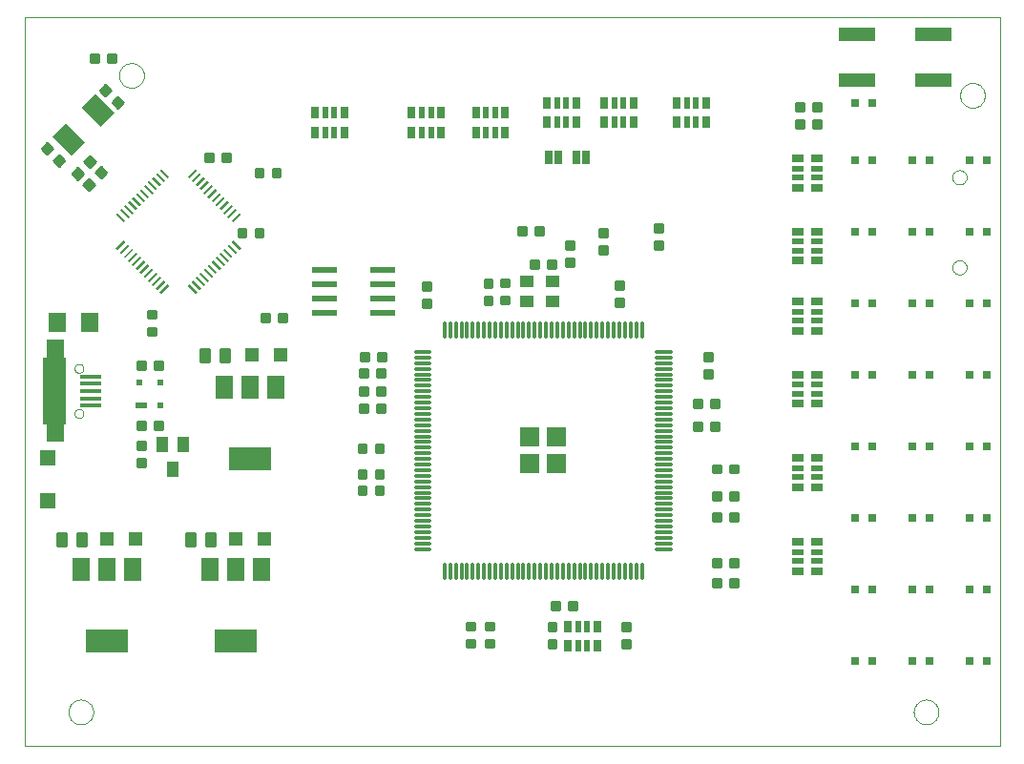
<source format=gtp>
G75*
%MOIN*%
%OFA0B0*%
%FSLAX24Y24*%
%IPPOS*%
%LPD*%
%AMOC8*
5,1,8,0,0,1.08239X$1,22.5*
%
%ADD10C,0.0000*%
%ADD11R,0.0693X0.0693*%
%ADD12R,0.0693X0.0693*%
%ADD13R,0.0694X0.0694*%
%ADD14R,0.0694X0.0693*%
%ADD15C,0.0118*%
%ADD16C,0.0088*%
%ADD17R,0.0276X0.0394*%
%ADD18R,0.0197X0.0394*%
%ADD19R,0.0512X0.0413*%
%ADD20R,0.0079X0.0394*%
%ADD21R,0.0394X0.0079*%
%ADD22R,0.0669X0.0945*%
%ADD23R,0.0591X0.0709*%
%ADD24R,0.0591X0.0984*%
%ADD25R,0.0728X0.0157*%
%ADD26R,0.0787X0.2362*%
%ADD27R,0.0394X0.0236*%
%ADD28R,0.0236X0.0236*%
%ADD29R,0.0394X0.0551*%
%ADD30R,0.0590X0.0790*%
%ADD31R,0.1500X0.0790*%
%ADD32R,0.0551X0.0551*%
%ADD33R,0.0500X0.0500*%
%ADD34C,0.0100*%
%ADD35R,0.0630X0.0710*%
%ADD36R,0.0315X0.0315*%
%ADD37R,0.0394X0.0276*%
%ADD38R,0.0394X0.0197*%
%ADD39R,0.0866X0.0236*%
%ADD40R,0.1260X0.0472*%
%ADD41R,0.0250X0.0500*%
D10*
X004935Y000100D02*
X004935Y025550D01*
X039007Y025550D01*
X039007Y000100D01*
X004935Y000100D01*
X006471Y001281D02*
X006473Y001322D01*
X006479Y001363D01*
X006489Y001403D01*
X006502Y001442D01*
X006519Y001479D01*
X006540Y001515D01*
X006564Y001549D01*
X006591Y001580D01*
X006620Y001608D01*
X006653Y001634D01*
X006687Y001656D01*
X006724Y001675D01*
X006762Y001690D01*
X006802Y001702D01*
X006842Y001710D01*
X006883Y001714D01*
X006925Y001714D01*
X006966Y001710D01*
X007006Y001702D01*
X007046Y001690D01*
X007084Y001675D01*
X007120Y001656D01*
X007155Y001634D01*
X007188Y001608D01*
X007217Y001580D01*
X007244Y001549D01*
X007268Y001515D01*
X007289Y001479D01*
X007306Y001442D01*
X007319Y001403D01*
X007329Y001363D01*
X007335Y001322D01*
X007337Y001281D01*
X007335Y001240D01*
X007329Y001199D01*
X007319Y001159D01*
X007306Y001120D01*
X007289Y001083D01*
X007268Y001047D01*
X007244Y001013D01*
X007217Y000982D01*
X007188Y000954D01*
X007155Y000928D01*
X007121Y000906D01*
X007084Y000887D01*
X007046Y000872D01*
X007006Y000860D01*
X006966Y000852D01*
X006925Y000848D01*
X006883Y000848D01*
X006842Y000852D01*
X006802Y000860D01*
X006762Y000872D01*
X006724Y000887D01*
X006688Y000906D01*
X006653Y000928D01*
X006620Y000954D01*
X006591Y000982D01*
X006564Y001013D01*
X006540Y001047D01*
X006519Y001083D01*
X006502Y001120D01*
X006489Y001159D01*
X006479Y001199D01*
X006473Y001240D01*
X006471Y001281D01*
X006685Y011713D02*
X006687Y011738D01*
X006693Y011762D01*
X006702Y011784D01*
X006715Y011805D01*
X006731Y011824D01*
X006750Y011840D01*
X006771Y011853D01*
X006793Y011862D01*
X006817Y011868D01*
X006842Y011870D01*
X006867Y011868D01*
X006891Y011862D01*
X006913Y011853D01*
X006934Y011840D01*
X006953Y011824D01*
X006969Y011805D01*
X006982Y011784D01*
X006991Y011762D01*
X006997Y011738D01*
X006999Y011713D01*
X006997Y011688D01*
X006991Y011664D01*
X006982Y011642D01*
X006969Y011621D01*
X006953Y011602D01*
X006934Y011586D01*
X006913Y011573D01*
X006891Y011564D01*
X006867Y011558D01*
X006842Y011556D01*
X006817Y011558D01*
X006793Y011564D01*
X006771Y011573D01*
X006750Y011586D01*
X006731Y011602D01*
X006715Y011621D01*
X006702Y011642D01*
X006693Y011664D01*
X006687Y011688D01*
X006685Y011713D01*
X006685Y013287D02*
X006687Y013312D01*
X006693Y013336D01*
X006702Y013358D01*
X006715Y013379D01*
X006731Y013398D01*
X006750Y013414D01*
X006771Y013427D01*
X006793Y013436D01*
X006817Y013442D01*
X006842Y013444D01*
X006867Y013442D01*
X006891Y013436D01*
X006913Y013427D01*
X006934Y013414D01*
X006953Y013398D01*
X006969Y013379D01*
X006982Y013358D01*
X006991Y013336D01*
X006997Y013312D01*
X006999Y013287D01*
X006997Y013262D01*
X006991Y013238D01*
X006982Y013216D01*
X006969Y013195D01*
X006953Y013176D01*
X006934Y013160D01*
X006913Y013147D01*
X006891Y013138D01*
X006867Y013132D01*
X006842Y013130D01*
X006817Y013132D01*
X006793Y013138D01*
X006771Y013147D01*
X006750Y013160D01*
X006731Y013176D01*
X006715Y013195D01*
X006702Y013216D01*
X006693Y013238D01*
X006687Y013262D01*
X006685Y013287D01*
X008242Y023525D02*
X008244Y023566D01*
X008250Y023607D01*
X008260Y023647D01*
X008273Y023686D01*
X008290Y023723D01*
X008311Y023759D01*
X008335Y023793D01*
X008362Y023824D01*
X008391Y023852D01*
X008424Y023878D01*
X008458Y023900D01*
X008495Y023919D01*
X008533Y023934D01*
X008573Y023946D01*
X008613Y023954D01*
X008654Y023958D01*
X008696Y023958D01*
X008737Y023954D01*
X008777Y023946D01*
X008817Y023934D01*
X008855Y023919D01*
X008891Y023900D01*
X008926Y023878D01*
X008959Y023852D01*
X008988Y023824D01*
X009015Y023793D01*
X009039Y023759D01*
X009060Y023723D01*
X009077Y023686D01*
X009090Y023647D01*
X009100Y023607D01*
X009106Y023566D01*
X009108Y023525D01*
X009106Y023484D01*
X009100Y023443D01*
X009090Y023403D01*
X009077Y023364D01*
X009060Y023327D01*
X009039Y023291D01*
X009015Y023257D01*
X008988Y023226D01*
X008959Y023198D01*
X008926Y023172D01*
X008892Y023150D01*
X008855Y023131D01*
X008817Y023116D01*
X008777Y023104D01*
X008737Y023096D01*
X008696Y023092D01*
X008654Y023092D01*
X008613Y023096D01*
X008573Y023104D01*
X008533Y023116D01*
X008495Y023131D01*
X008459Y023150D01*
X008424Y023172D01*
X008391Y023198D01*
X008362Y023226D01*
X008335Y023257D01*
X008311Y023291D01*
X008290Y023327D01*
X008273Y023364D01*
X008260Y023403D01*
X008250Y023443D01*
X008244Y023484D01*
X008242Y023525D01*
X037349Y019969D02*
X037351Y020000D01*
X037357Y020030D01*
X037366Y020060D01*
X037379Y020088D01*
X037396Y020114D01*
X037416Y020137D01*
X037438Y020159D01*
X037463Y020177D01*
X037490Y020192D01*
X037519Y020203D01*
X037549Y020211D01*
X037580Y020215D01*
X037610Y020215D01*
X037641Y020211D01*
X037671Y020203D01*
X037700Y020192D01*
X037727Y020177D01*
X037752Y020159D01*
X037774Y020137D01*
X037794Y020114D01*
X037811Y020088D01*
X037824Y020060D01*
X037833Y020030D01*
X037839Y020000D01*
X037841Y019969D01*
X037839Y019938D01*
X037833Y019908D01*
X037824Y019878D01*
X037811Y019850D01*
X037794Y019824D01*
X037774Y019801D01*
X037752Y019779D01*
X037727Y019761D01*
X037700Y019746D01*
X037671Y019735D01*
X037641Y019727D01*
X037610Y019723D01*
X037580Y019723D01*
X037549Y019727D01*
X037519Y019735D01*
X037490Y019746D01*
X037463Y019761D01*
X037438Y019779D01*
X037416Y019801D01*
X037396Y019824D01*
X037379Y019850D01*
X037366Y019878D01*
X037357Y019908D01*
X037351Y019938D01*
X037349Y019969D01*
X037618Y022829D02*
X037620Y022870D01*
X037626Y022911D01*
X037636Y022951D01*
X037649Y022990D01*
X037666Y023027D01*
X037687Y023063D01*
X037711Y023097D01*
X037738Y023128D01*
X037767Y023156D01*
X037800Y023182D01*
X037834Y023204D01*
X037871Y023223D01*
X037909Y023238D01*
X037949Y023250D01*
X037989Y023258D01*
X038030Y023262D01*
X038072Y023262D01*
X038113Y023258D01*
X038153Y023250D01*
X038193Y023238D01*
X038231Y023223D01*
X038267Y023204D01*
X038302Y023182D01*
X038335Y023156D01*
X038364Y023128D01*
X038391Y023097D01*
X038415Y023063D01*
X038436Y023027D01*
X038453Y022990D01*
X038466Y022951D01*
X038476Y022911D01*
X038482Y022870D01*
X038484Y022829D01*
X038482Y022788D01*
X038476Y022747D01*
X038466Y022707D01*
X038453Y022668D01*
X038436Y022631D01*
X038415Y022595D01*
X038391Y022561D01*
X038364Y022530D01*
X038335Y022502D01*
X038302Y022476D01*
X038268Y022454D01*
X038231Y022435D01*
X038193Y022420D01*
X038153Y022408D01*
X038113Y022400D01*
X038072Y022396D01*
X038030Y022396D01*
X037989Y022400D01*
X037949Y022408D01*
X037909Y022420D01*
X037871Y022435D01*
X037835Y022454D01*
X037800Y022476D01*
X037767Y022502D01*
X037738Y022530D01*
X037711Y022561D01*
X037687Y022595D01*
X037666Y022631D01*
X037649Y022668D01*
X037636Y022707D01*
X037626Y022747D01*
X037620Y022788D01*
X037618Y022829D01*
X037349Y016820D02*
X037351Y016851D01*
X037357Y016881D01*
X037366Y016911D01*
X037379Y016939D01*
X037396Y016965D01*
X037416Y016988D01*
X037438Y017010D01*
X037463Y017028D01*
X037490Y017043D01*
X037519Y017054D01*
X037549Y017062D01*
X037580Y017066D01*
X037610Y017066D01*
X037641Y017062D01*
X037671Y017054D01*
X037700Y017043D01*
X037727Y017028D01*
X037752Y017010D01*
X037774Y016988D01*
X037794Y016965D01*
X037811Y016939D01*
X037824Y016911D01*
X037833Y016881D01*
X037839Y016851D01*
X037841Y016820D01*
X037839Y016789D01*
X037833Y016759D01*
X037824Y016729D01*
X037811Y016701D01*
X037794Y016675D01*
X037774Y016652D01*
X037752Y016630D01*
X037727Y016612D01*
X037700Y016597D01*
X037671Y016586D01*
X037641Y016578D01*
X037610Y016574D01*
X037580Y016574D01*
X037549Y016578D01*
X037519Y016586D01*
X037490Y016597D01*
X037463Y016612D01*
X037438Y016630D01*
X037416Y016652D01*
X037396Y016675D01*
X037379Y016701D01*
X037366Y016729D01*
X037357Y016759D01*
X037351Y016789D01*
X037349Y016820D01*
X035998Y001281D02*
X036000Y001322D01*
X036006Y001363D01*
X036016Y001403D01*
X036029Y001442D01*
X036046Y001479D01*
X036067Y001515D01*
X036091Y001549D01*
X036118Y001580D01*
X036147Y001608D01*
X036180Y001634D01*
X036214Y001656D01*
X036251Y001675D01*
X036289Y001690D01*
X036329Y001702D01*
X036369Y001710D01*
X036410Y001714D01*
X036452Y001714D01*
X036493Y001710D01*
X036533Y001702D01*
X036573Y001690D01*
X036611Y001675D01*
X036647Y001656D01*
X036682Y001634D01*
X036715Y001608D01*
X036744Y001580D01*
X036771Y001549D01*
X036795Y001515D01*
X036816Y001479D01*
X036833Y001442D01*
X036846Y001403D01*
X036856Y001363D01*
X036862Y001322D01*
X036864Y001281D01*
X036862Y001240D01*
X036856Y001199D01*
X036846Y001159D01*
X036833Y001120D01*
X036816Y001083D01*
X036795Y001047D01*
X036771Y001013D01*
X036744Y000982D01*
X036715Y000954D01*
X036682Y000928D01*
X036648Y000906D01*
X036611Y000887D01*
X036573Y000872D01*
X036533Y000860D01*
X036493Y000852D01*
X036452Y000848D01*
X036410Y000848D01*
X036369Y000852D01*
X036329Y000860D01*
X036289Y000872D01*
X036251Y000887D01*
X036215Y000906D01*
X036180Y000928D01*
X036147Y000954D01*
X036118Y000982D01*
X036091Y001013D01*
X036067Y001047D01*
X036046Y001083D01*
X036029Y001120D01*
X036016Y001159D01*
X036006Y001199D01*
X036000Y001240D01*
X035998Y001281D01*
D11*
X023520Y010885D03*
D12*
X023520Y009955D03*
D13*
X022590Y010885D03*
D14*
X022590Y009955D03*
D15*
X019079Y009928D02*
X018607Y009928D01*
X018607Y010125D02*
X019079Y010125D01*
X019079Y010322D02*
X018607Y010322D01*
X018607Y010518D02*
X019079Y010518D01*
X019079Y010715D02*
X018607Y010715D01*
X018607Y010912D02*
X019079Y010912D01*
X019079Y011109D02*
X018607Y011109D01*
X018607Y011306D02*
X019079Y011306D01*
X019079Y011503D02*
X018607Y011503D01*
X018607Y011700D02*
X019079Y011700D01*
X019079Y011896D02*
X018607Y011896D01*
X018607Y012093D02*
X019079Y012093D01*
X019079Y012290D02*
X018607Y012290D01*
X018607Y012487D02*
X019079Y012487D01*
X019079Y012684D02*
X018607Y012684D01*
X018607Y012881D02*
X019079Y012881D01*
X019079Y013077D02*
X018607Y013077D01*
X018607Y013274D02*
X019079Y013274D01*
X019079Y013471D02*
X018607Y013471D01*
X018607Y013668D02*
X019079Y013668D01*
X019079Y013865D02*
X018607Y013865D01*
X019610Y014397D02*
X019610Y014869D01*
X019807Y014869D02*
X019807Y014397D01*
X020004Y014397D02*
X020004Y014869D01*
X020201Y014869D02*
X020201Y014397D01*
X020398Y014397D02*
X020398Y014869D01*
X020595Y014869D02*
X020595Y014397D01*
X020791Y014397D02*
X020791Y014869D01*
X020988Y014869D02*
X020988Y014397D01*
X021185Y014397D02*
X021185Y014869D01*
X021382Y014869D02*
X021382Y014397D01*
X021579Y014397D02*
X021579Y014869D01*
X021776Y014869D02*
X021776Y014397D01*
X021973Y014397D02*
X021973Y014869D01*
X022169Y014869D02*
X022169Y014397D01*
X022366Y014397D02*
X022366Y014869D01*
X022563Y014869D02*
X022563Y014397D01*
X022760Y014397D02*
X022760Y014869D01*
X022957Y014869D02*
X022957Y014397D01*
X023154Y014397D02*
X023154Y014869D01*
X023351Y014869D02*
X023351Y014397D01*
X023547Y014397D02*
X023547Y014869D01*
X023744Y014869D02*
X023744Y014397D01*
X023941Y014397D02*
X023941Y014869D01*
X024138Y014869D02*
X024138Y014397D01*
X024335Y014397D02*
X024335Y014869D01*
X024532Y014869D02*
X024532Y014397D01*
X024728Y014397D02*
X024728Y014869D01*
X024925Y014869D02*
X024925Y014397D01*
X025122Y014397D02*
X025122Y014869D01*
X025319Y014869D02*
X025319Y014397D01*
X025516Y014397D02*
X025516Y014869D01*
X025713Y014869D02*
X025713Y014397D01*
X025910Y014397D02*
X025910Y014869D01*
X026106Y014869D02*
X026106Y014397D01*
X026303Y014397D02*
X026303Y014869D01*
X026500Y014869D02*
X026500Y014397D01*
X027032Y013865D02*
X027504Y013865D01*
X027504Y013668D02*
X027032Y013668D01*
X027032Y013471D02*
X027504Y013471D01*
X027504Y013274D02*
X027032Y013274D01*
X027032Y013077D02*
X027504Y013077D01*
X027504Y012881D02*
X027032Y012881D01*
X027032Y012684D02*
X027504Y012684D01*
X027504Y012487D02*
X027032Y012487D01*
X027032Y012290D02*
X027504Y012290D01*
X027504Y012093D02*
X027032Y012093D01*
X027032Y011896D02*
X027504Y011896D01*
X027504Y011700D02*
X027032Y011700D01*
X027032Y011503D02*
X027504Y011503D01*
X027504Y011306D02*
X027032Y011306D01*
X027032Y011109D02*
X027504Y011109D01*
X027504Y010912D02*
X027032Y010912D01*
X027032Y010715D02*
X027504Y010715D01*
X027504Y010518D02*
X027032Y010518D01*
X027032Y010322D02*
X027504Y010322D01*
X027504Y010125D02*
X027032Y010125D01*
X027032Y009928D02*
X027504Y009928D01*
X027504Y009731D02*
X027032Y009731D01*
X027032Y009534D02*
X027504Y009534D01*
X027504Y009337D02*
X027032Y009337D01*
X027032Y009140D02*
X027504Y009140D01*
X027504Y008944D02*
X027032Y008944D01*
X027032Y008747D02*
X027504Y008747D01*
X027504Y008550D02*
X027032Y008550D01*
X027032Y008353D02*
X027504Y008353D01*
X027504Y008156D02*
X027032Y008156D01*
X027032Y007959D02*
X027504Y007959D01*
X027504Y007763D02*
X027032Y007763D01*
X027032Y007566D02*
X027504Y007566D01*
X027504Y007369D02*
X027032Y007369D01*
X027032Y007172D02*
X027504Y007172D01*
X027504Y006975D02*
X027032Y006975D01*
X026500Y006443D02*
X026500Y005971D01*
X026303Y005971D02*
X026303Y006443D01*
X026106Y006443D02*
X026106Y005971D01*
X025910Y005971D02*
X025910Y006443D01*
X025713Y006443D02*
X025713Y005971D01*
X025516Y005971D02*
X025516Y006443D01*
X025319Y006443D02*
X025319Y005971D01*
X025122Y005971D02*
X025122Y006443D01*
X024925Y006443D02*
X024925Y005971D01*
X024728Y005971D02*
X024728Y006443D01*
X024532Y006443D02*
X024532Y005971D01*
X024335Y005971D02*
X024335Y006443D01*
X024138Y006443D02*
X024138Y005971D01*
X023941Y005971D02*
X023941Y006443D01*
X023744Y006443D02*
X023744Y005971D01*
X023547Y005971D02*
X023547Y006443D01*
X023351Y006443D02*
X023351Y005971D01*
X023154Y005971D02*
X023154Y006443D01*
X022957Y006443D02*
X022957Y005971D01*
X022760Y005971D02*
X022760Y006443D01*
X022563Y006443D02*
X022563Y005971D01*
X022366Y005971D02*
X022366Y006443D01*
X022169Y006443D02*
X022169Y005971D01*
X021973Y005971D02*
X021973Y006443D01*
X021776Y006443D02*
X021776Y005971D01*
X021579Y005971D02*
X021579Y006443D01*
X021382Y006443D02*
X021382Y005971D01*
X021185Y005971D02*
X021185Y006443D01*
X020988Y006443D02*
X020988Y005971D01*
X020791Y005971D02*
X020791Y006443D01*
X020595Y006443D02*
X020595Y005971D01*
X020398Y005971D02*
X020398Y006443D01*
X020201Y006443D02*
X020201Y005971D01*
X020004Y005971D02*
X020004Y006443D01*
X019807Y006443D02*
X019807Y005971D01*
X019610Y005971D02*
X019610Y006443D01*
X019079Y006975D02*
X018607Y006975D01*
X018607Y007172D02*
X019079Y007172D01*
X019079Y007369D02*
X018607Y007369D01*
X018607Y007566D02*
X019079Y007566D01*
X019079Y007763D02*
X018607Y007763D01*
X018607Y007959D02*
X019079Y007959D01*
X019079Y008156D02*
X018607Y008156D01*
X018607Y008353D02*
X019079Y008353D01*
X019079Y008550D02*
X018607Y008550D01*
X018607Y008747D02*
X019079Y008747D01*
X019079Y008944D02*
X018607Y008944D01*
X018607Y009140D02*
X019079Y009140D01*
X019079Y009337D02*
X018607Y009337D01*
X018607Y009534D02*
X019079Y009534D01*
X019079Y009731D02*
X018607Y009731D01*
D16*
X017466Y009721D02*
X017204Y009721D01*
X017466Y009721D02*
X017466Y009459D01*
X017204Y009459D01*
X017204Y009721D01*
X017204Y009546D02*
X017466Y009546D01*
X017466Y009633D02*
X017204Y009633D01*
X017204Y009720D02*
X017466Y009720D01*
X017466Y009151D02*
X017204Y009151D01*
X017466Y009151D02*
X017466Y008889D01*
X017204Y008889D01*
X017204Y009151D01*
X017204Y008976D02*
X017466Y008976D01*
X017466Y009063D02*
X017204Y009063D01*
X017204Y009150D02*
X017466Y009150D01*
X016866Y009151D02*
X016604Y009151D01*
X016866Y009151D02*
X016866Y008889D01*
X016604Y008889D01*
X016604Y009151D01*
X016604Y008976D02*
X016866Y008976D01*
X016866Y009063D02*
X016604Y009063D01*
X016604Y009150D02*
X016866Y009150D01*
X016866Y009721D02*
X016604Y009721D01*
X016866Y009721D02*
X016866Y009459D01*
X016604Y009459D01*
X016604Y009721D01*
X016604Y009546D02*
X016866Y009546D01*
X016866Y009633D02*
X016604Y009633D01*
X016604Y009720D02*
X016866Y009720D01*
X016866Y010621D02*
X016604Y010621D01*
X016866Y010621D02*
X016866Y010359D01*
X016604Y010359D01*
X016604Y010621D01*
X016604Y010446D02*
X016866Y010446D01*
X016866Y010533D02*
X016604Y010533D01*
X016604Y010620D02*
X016866Y010620D01*
X017204Y010621D02*
X017466Y010621D01*
X017466Y010359D01*
X017204Y010359D01*
X017204Y010621D01*
X017204Y010446D02*
X017466Y010446D01*
X017466Y010533D02*
X017204Y010533D01*
X017204Y010620D02*
X017466Y010620D01*
X017526Y012032D02*
X017264Y012032D01*
X017526Y012032D02*
X017526Y011770D01*
X017264Y011770D01*
X017264Y012032D01*
X017264Y011857D02*
X017526Y011857D01*
X017526Y011944D02*
X017264Y011944D01*
X017264Y012031D02*
X017526Y012031D01*
X017526Y012632D02*
X017264Y012632D01*
X017526Y012632D02*
X017526Y012370D01*
X017264Y012370D01*
X017264Y012632D01*
X017264Y012457D02*
X017526Y012457D01*
X017526Y012544D02*
X017264Y012544D01*
X017264Y012631D02*
X017526Y012631D01*
X017526Y013251D02*
X017264Y013251D01*
X017526Y013251D02*
X017526Y012989D01*
X017264Y012989D01*
X017264Y013251D01*
X017264Y013076D02*
X017526Y013076D01*
X017526Y013163D02*
X017264Y013163D01*
X017264Y013250D02*
X017526Y013250D01*
X017536Y013831D02*
X017274Y013831D01*
X017536Y013831D02*
X017536Y013569D01*
X017274Y013569D01*
X017274Y013831D01*
X017274Y013656D02*
X017536Y013656D01*
X017536Y013743D02*
X017274Y013743D01*
X017274Y013830D02*
X017536Y013830D01*
X016936Y013831D02*
X016674Y013831D01*
X016936Y013831D02*
X016936Y013569D01*
X016674Y013569D01*
X016674Y013831D01*
X016674Y013656D02*
X016936Y013656D01*
X016936Y013743D02*
X016674Y013743D01*
X016674Y013830D02*
X016936Y013830D01*
X016926Y013251D02*
X016664Y013251D01*
X016926Y013251D02*
X016926Y012989D01*
X016664Y012989D01*
X016664Y013251D01*
X016664Y013076D02*
X016926Y013076D01*
X016926Y013163D02*
X016664Y013163D01*
X016664Y013250D02*
X016926Y013250D01*
X016926Y012632D02*
X016664Y012632D01*
X016926Y012632D02*
X016926Y012370D01*
X016664Y012370D01*
X016664Y012632D01*
X016664Y012457D02*
X016926Y012457D01*
X016926Y012544D02*
X016664Y012544D01*
X016664Y012631D02*
X016926Y012631D01*
X016926Y012032D02*
X016664Y012032D01*
X016926Y012032D02*
X016926Y011770D01*
X016664Y011770D01*
X016664Y012032D01*
X016664Y011857D02*
X016926Y011857D01*
X016926Y011944D02*
X016664Y011944D01*
X016664Y012031D02*
X016926Y012031D01*
X014088Y014930D02*
X013826Y014930D01*
X013826Y015192D01*
X014088Y015192D01*
X014088Y014930D01*
X014088Y015017D02*
X013826Y015017D01*
X013826Y015104D02*
X014088Y015104D01*
X014088Y015191D02*
X013826Y015191D01*
X013488Y014930D02*
X013226Y014930D01*
X013226Y015192D01*
X013488Y015192D01*
X013488Y014930D01*
X013488Y015017D02*
X013226Y015017D01*
X013226Y015104D02*
X013488Y015104D01*
X013488Y015191D02*
X013226Y015191D01*
X009746Y013269D02*
X009484Y013269D01*
X009484Y013531D01*
X009746Y013531D01*
X009746Y013269D01*
X009746Y013356D02*
X009484Y013356D01*
X009484Y013443D02*
X009746Y013443D01*
X009746Y013530D02*
X009484Y013530D01*
X009146Y013269D02*
X008884Y013269D01*
X008884Y013531D01*
X009146Y013531D01*
X009146Y013269D01*
X009146Y013356D02*
X008884Y013356D01*
X008884Y013443D02*
X009146Y013443D01*
X009146Y013530D02*
X008884Y013530D01*
X009264Y014449D02*
X009264Y014711D01*
X009526Y014711D01*
X009526Y014449D01*
X009264Y014449D01*
X009264Y014536D02*
X009526Y014536D01*
X009526Y014623D02*
X009264Y014623D01*
X009264Y014710D02*
X009526Y014710D01*
X009264Y015049D02*
X009264Y015311D01*
X009526Y015311D01*
X009526Y015049D01*
X009264Y015049D01*
X009264Y015136D02*
X009526Y015136D01*
X009526Y015223D02*
X009264Y015223D01*
X009264Y015310D02*
X009526Y015310D01*
X012404Y017909D02*
X012666Y017909D01*
X012404Y017909D02*
X012404Y018171D01*
X012666Y018171D01*
X012666Y017909D01*
X012666Y017996D02*
X012404Y017996D01*
X012404Y018083D02*
X012666Y018083D01*
X012666Y018170D02*
X012404Y018170D01*
X013004Y017909D02*
X013266Y017909D01*
X013004Y017909D02*
X013004Y018171D01*
X013266Y018171D01*
X013266Y017909D01*
X013266Y017996D02*
X013004Y017996D01*
X013004Y018083D02*
X013266Y018083D01*
X013266Y018170D02*
X013004Y018170D01*
X013004Y020251D02*
X013266Y020251D01*
X013266Y019989D01*
X013004Y019989D01*
X013004Y020251D01*
X013004Y020076D02*
X013266Y020076D01*
X013266Y020163D02*
X013004Y020163D01*
X013004Y020250D02*
X013266Y020250D01*
X013604Y020251D02*
X013866Y020251D01*
X013866Y019989D01*
X013604Y019989D01*
X013604Y020251D01*
X013604Y020076D02*
X013866Y020076D01*
X013866Y020163D02*
X013604Y020163D01*
X013604Y020250D02*
X013866Y020250D01*
X012126Y020529D02*
X011864Y020529D01*
X011864Y020791D01*
X012126Y020791D01*
X012126Y020529D01*
X012126Y020616D02*
X011864Y020616D01*
X011864Y020703D02*
X012126Y020703D01*
X012126Y020790D02*
X011864Y020790D01*
X011526Y020529D02*
X011264Y020529D01*
X011264Y020791D01*
X011526Y020791D01*
X011526Y020529D01*
X011526Y020616D02*
X011264Y020616D01*
X011264Y020703D02*
X011526Y020703D01*
X011526Y020790D02*
X011264Y020790D01*
X008187Y022403D02*
X008002Y022588D01*
X008187Y022773D01*
X008372Y022588D01*
X008187Y022403D01*
X008274Y022490D02*
X008100Y022490D01*
X008013Y022577D02*
X008361Y022577D01*
X008296Y022664D02*
X008078Y022664D01*
X008165Y022751D02*
X008209Y022751D01*
X007763Y022827D02*
X007578Y023012D01*
X007763Y023197D01*
X007948Y023012D01*
X007763Y022827D01*
X007850Y022914D02*
X007676Y022914D01*
X007589Y023001D02*
X007937Y023001D01*
X007872Y023088D02*
X007654Y023088D01*
X007741Y023175D02*
X007785Y023175D01*
X007844Y024009D02*
X008106Y024009D01*
X007844Y024009D02*
X007844Y024271D01*
X008106Y024271D01*
X008106Y024009D01*
X008106Y024096D02*
X007844Y024096D01*
X007844Y024183D02*
X008106Y024183D01*
X008106Y024270D02*
X007844Y024270D01*
X007506Y024009D02*
X007244Y024009D01*
X007244Y024271D01*
X007506Y024271D01*
X007506Y024009D01*
X007506Y024096D02*
X007244Y024096D01*
X007244Y024183D02*
X007506Y024183D01*
X007506Y024270D02*
X007244Y024270D01*
X005538Y020972D02*
X005723Y020787D01*
X005538Y020972D02*
X005723Y021157D01*
X005908Y020972D01*
X005723Y020787D01*
X005810Y020874D02*
X005636Y020874D01*
X005549Y020961D02*
X005897Y020961D01*
X005832Y021048D02*
X005614Y021048D01*
X005701Y021135D02*
X005745Y021135D01*
X005962Y020548D02*
X006147Y020363D01*
X005962Y020548D02*
X006147Y020733D01*
X006332Y020548D01*
X006147Y020363D01*
X006234Y020450D02*
X006060Y020450D01*
X005973Y020537D02*
X006321Y020537D01*
X006256Y020624D02*
X006038Y020624D01*
X006125Y020711D02*
X006169Y020711D01*
X006608Y020098D02*
X006793Y020283D01*
X006978Y020098D01*
X006793Y019913D01*
X006608Y020098D01*
X006706Y020000D02*
X006880Y020000D01*
X006967Y020087D02*
X006619Y020087D01*
X006684Y020174D02*
X006902Y020174D01*
X006815Y020261D02*
X006771Y020261D01*
X007032Y020522D02*
X007217Y020707D01*
X007402Y020522D01*
X007217Y020337D01*
X007032Y020522D01*
X007130Y020424D02*
X007304Y020424D01*
X007391Y020511D02*
X007043Y020511D01*
X007108Y020598D02*
X007326Y020598D01*
X007239Y020685D02*
X007195Y020685D01*
X007607Y020317D02*
X007422Y020132D01*
X007607Y020317D02*
X007792Y020132D01*
X007607Y019947D01*
X007422Y020132D01*
X007520Y020034D02*
X007694Y020034D01*
X007781Y020121D02*
X007433Y020121D01*
X007498Y020208D02*
X007716Y020208D01*
X007629Y020295D02*
X007585Y020295D01*
X007183Y019893D02*
X006998Y019708D01*
X007183Y019893D02*
X007368Y019708D01*
X007183Y019523D01*
X006998Y019708D01*
X007096Y019610D02*
X007270Y019610D01*
X007357Y019697D02*
X007009Y019697D01*
X007074Y019784D02*
X007292Y019784D01*
X007205Y019871D02*
X007161Y019871D01*
X019104Y016308D02*
X019104Y016046D01*
X018842Y016046D01*
X018842Y016308D01*
X019104Y016308D01*
X019104Y016133D02*
X018842Y016133D01*
X018842Y016220D02*
X019104Y016220D01*
X019104Y016307D02*
X018842Y016307D01*
X019104Y015708D02*
X019104Y015446D01*
X018842Y015446D01*
X018842Y015708D01*
X019104Y015708D01*
X019104Y015533D02*
X018842Y015533D01*
X018842Y015620D02*
X019104Y015620D01*
X019104Y015707D02*
X018842Y015707D01*
X021266Y015798D02*
X021266Y015536D01*
X021004Y015536D01*
X021004Y015798D01*
X021266Y015798D01*
X021266Y015623D02*
X021004Y015623D01*
X021004Y015710D02*
X021266Y015710D01*
X021266Y015797D02*
X021004Y015797D01*
X021266Y016136D02*
X021266Y016398D01*
X021266Y016136D02*
X021004Y016136D01*
X021004Y016398D01*
X021266Y016398D01*
X021266Y016223D02*
X021004Y016223D01*
X021004Y016310D02*
X021266Y016310D01*
X021266Y016397D02*
X021004Y016397D01*
X021852Y016411D02*
X021852Y016149D01*
X021590Y016149D01*
X021590Y016411D01*
X021852Y016411D01*
X021852Y016236D02*
X021590Y016236D01*
X021590Y016323D02*
X021852Y016323D01*
X021852Y016410D02*
X021590Y016410D01*
X021852Y015811D02*
X021852Y015549D01*
X021590Y015549D01*
X021590Y015811D01*
X021852Y015811D01*
X021852Y015636D02*
X021590Y015636D01*
X021590Y015723D02*
X021852Y015723D01*
X021852Y015810D02*
X021590Y015810D01*
X022624Y016789D02*
X022886Y016789D01*
X022624Y016789D02*
X022624Y017051D01*
X022886Y017051D01*
X022886Y016789D01*
X022886Y016876D02*
X022624Y016876D01*
X022624Y016963D02*
X022886Y016963D01*
X022886Y017050D02*
X022624Y017050D01*
X023224Y016789D02*
X023486Y016789D01*
X023224Y016789D02*
X023224Y017051D01*
X023486Y017051D01*
X023486Y016789D01*
X023486Y016876D02*
X023224Y016876D01*
X023224Y016963D02*
X023486Y016963D01*
X023486Y017050D02*
X023224Y017050D01*
X024108Y017132D02*
X024108Y016870D01*
X023846Y016870D01*
X023846Y017132D01*
X024108Y017132D01*
X024108Y016957D02*
X023846Y016957D01*
X023846Y017044D02*
X024108Y017044D01*
X024108Y017131D02*
X023846Y017131D01*
X024108Y017470D02*
X024108Y017732D01*
X024108Y017470D02*
X023846Y017470D01*
X023846Y017732D01*
X024108Y017732D01*
X024108Y017557D02*
X023846Y017557D01*
X023846Y017644D02*
X024108Y017644D01*
X024108Y017731D02*
X023846Y017731D01*
X023046Y017969D02*
X022784Y017969D01*
X022784Y018231D01*
X023046Y018231D01*
X023046Y017969D01*
X023046Y018056D02*
X022784Y018056D01*
X022784Y018143D02*
X023046Y018143D01*
X023046Y018230D02*
X022784Y018230D01*
X022446Y017969D02*
X022184Y017969D01*
X022184Y018231D01*
X022446Y018231D01*
X022446Y017969D01*
X022446Y018056D02*
X022184Y018056D01*
X022184Y018143D02*
X022446Y018143D01*
X022446Y018230D02*
X022184Y018230D01*
X025024Y018161D02*
X025024Y017899D01*
X025024Y018161D02*
X025286Y018161D01*
X025286Y017899D01*
X025024Y017899D01*
X025024Y017986D02*
X025286Y017986D01*
X025286Y018073D02*
X025024Y018073D01*
X025024Y018160D02*
X025286Y018160D01*
X025024Y017561D02*
X025024Y017299D01*
X025024Y017561D02*
X025286Y017561D01*
X025286Y017299D01*
X025024Y017299D01*
X025024Y017386D02*
X025286Y017386D01*
X025286Y017473D02*
X025024Y017473D01*
X025024Y017560D02*
X025286Y017560D01*
X027226Y017479D02*
X027226Y017741D01*
X027226Y017479D02*
X026964Y017479D01*
X026964Y017741D01*
X027226Y017741D01*
X027226Y017566D02*
X026964Y017566D01*
X026964Y017653D02*
X027226Y017653D01*
X027226Y017740D02*
X026964Y017740D01*
X027226Y018079D02*
X027226Y018341D01*
X027226Y018079D02*
X026964Y018079D01*
X026964Y018341D01*
X027226Y018341D01*
X027226Y018166D02*
X026964Y018166D01*
X026964Y018253D02*
X027226Y018253D01*
X027226Y018340D02*
X026964Y018340D01*
X025840Y016327D02*
X025840Y016065D01*
X025578Y016065D01*
X025578Y016327D01*
X025840Y016327D01*
X025840Y016152D02*
X025578Y016152D01*
X025578Y016239D02*
X025840Y016239D01*
X025840Y016326D02*
X025578Y016326D01*
X025840Y015727D02*
X025840Y015465D01*
X025578Y015465D01*
X025578Y015727D01*
X025840Y015727D01*
X025840Y015552D02*
X025578Y015552D01*
X025578Y015639D02*
X025840Y015639D01*
X025840Y015726D02*
X025578Y015726D01*
X028940Y013821D02*
X028940Y013559D01*
X028678Y013559D01*
X028678Y013821D01*
X028940Y013821D01*
X028940Y013646D02*
X028678Y013646D01*
X028678Y013733D02*
X028940Y013733D01*
X028940Y013820D02*
X028678Y013820D01*
X028940Y013221D02*
X028940Y012959D01*
X028678Y012959D01*
X028678Y013221D01*
X028940Y013221D01*
X028940Y013046D02*
X028678Y013046D01*
X028678Y013133D02*
X028940Y013133D01*
X028940Y013220D02*
X028678Y013220D01*
X028586Y011930D02*
X028324Y011930D01*
X028324Y012192D01*
X028586Y012192D01*
X028586Y011930D01*
X028586Y012017D02*
X028324Y012017D01*
X028324Y012104D02*
X028586Y012104D01*
X028586Y012191D02*
X028324Y012191D01*
X028924Y011930D02*
X029186Y011930D01*
X028924Y011930D02*
X028924Y012192D01*
X029186Y012192D01*
X029186Y011930D01*
X029186Y012017D02*
X028924Y012017D01*
X028924Y012104D02*
X029186Y012104D01*
X029186Y012191D02*
X028924Y012191D01*
X028924Y011143D02*
X029186Y011143D01*
X028924Y011143D02*
X028924Y011405D01*
X029186Y011405D01*
X029186Y011143D01*
X029186Y011230D02*
X028924Y011230D01*
X028924Y011317D02*
X029186Y011317D01*
X029186Y011404D02*
X028924Y011404D01*
X028586Y011143D02*
X028324Y011143D01*
X028324Y011405D01*
X028586Y011405D01*
X028586Y011143D01*
X028586Y011230D02*
X028324Y011230D01*
X028324Y011317D02*
X028586Y011317D01*
X028586Y011404D02*
X028324Y011404D01*
X028984Y009647D02*
X029246Y009647D01*
X028984Y009647D02*
X028984Y009909D01*
X029246Y009909D01*
X029246Y009647D01*
X029246Y009734D02*
X028984Y009734D01*
X028984Y009821D02*
X029246Y009821D01*
X029246Y009908D02*
X028984Y009908D01*
X029584Y009647D02*
X029846Y009647D01*
X029584Y009647D02*
X029584Y009909D01*
X029846Y009909D01*
X029846Y009647D01*
X029846Y009734D02*
X029584Y009734D01*
X029584Y009821D02*
X029846Y009821D01*
X029846Y009908D02*
X029584Y009908D01*
X029584Y008698D02*
X029846Y008698D01*
X029584Y008698D02*
X029584Y008960D01*
X029846Y008960D01*
X029846Y008698D01*
X029846Y008785D02*
X029584Y008785D01*
X029584Y008872D02*
X029846Y008872D01*
X029846Y008959D02*
X029584Y008959D01*
X029246Y008698D02*
X028984Y008698D01*
X028984Y008960D01*
X029246Y008960D01*
X029246Y008698D01*
X029246Y008785D02*
X028984Y008785D01*
X028984Y008872D02*
X029246Y008872D01*
X029246Y008959D02*
X028984Y008959D01*
X028984Y007969D02*
X029246Y007969D01*
X028984Y007969D02*
X028984Y008231D01*
X029246Y008231D01*
X029246Y007969D01*
X029246Y008056D02*
X028984Y008056D01*
X028984Y008143D02*
X029246Y008143D01*
X029246Y008230D02*
X028984Y008230D01*
X029584Y007969D02*
X029846Y007969D01*
X029584Y007969D02*
X029584Y008231D01*
X029846Y008231D01*
X029846Y007969D01*
X029846Y008056D02*
X029584Y008056D01*
X029584Y008143D02*
X029846Y008143D01*
X029846Y008230D02*
X029584Y008230D01*
X029598Y006373D02*
X029860Y006373D01*
X029598Y006373D02*
X029598Y006635D01*
X029860Y006635D01*
X029860Y006373D01*
X029860Y006460D02*
X029598Y006460D01*
X029598Y006547D02*
X029860Y006547D01*
X029860Y006634D02*
X029598Y006634D01*
X029260Y006373D02*
X028998Y006373D01*
X028998Y006635D01*
X029260Y006635D01*
X029260Y006373D01*
X029260Y006460D02*
X028998Y006460D01*
X028998Y006547D02*
X029260Y006547D01*
X029260Y006634D02*
X028998Y006634D01*
X028974Y005679D02*
X029236Y005679D01*
X028974Y005679D02*
X028974Y005941D01*
X029236Y005941D01*
X029236Y005679D01*
X029236Y005766D02*
X028974Y005766D01*
X028974Y005853D02*
X029236Y005853D01*
X029236Y005940D02*
X028974Y005940D01*
X029574Y005679D02*
X029836Y005679D01*
X029574Y005679D02*
X029574Y005941D01*
X029836Y005941D01*
X029836Y005679D01*
X029836Y005766D02*
X029574Y005766D01*
X029574Y005853D02*
X029836Y005853D01*
X029836Y005940D02*
X029574Y005940D01*
X025824Y004381D02*
X025824Y004119D01*
X025824Y004381D02*
X026086Y004381D01*
X026086Y004119D01*
X025824Y004119D01*
X025824Y004206D02*
X026086Y004206D01*
X026086Y004293D02*
X025824Y004293D01*
X025824Y004380D02*
X026086Y004380D01*
X025824Y003781D02*
X025824Y003519D01*
X025824Y003781D02*
X026086Y003781D01*
X026086Y003519D01*
X025824Y003519D01*
X025824Y003606D02*
X026086Y003606D01*
X026086Y003693D02*
X025824Y003693D01*
X025824Y003780D02*
X026086Y003780D01*
X024216Y005141D02*
X023954Y005141D01*
X024216Y005141D02*
X024216Y004879D01*
X023954Y004879D01*
X023954Y005141D01*
X023954Y004966D02*
X024216Y004966D01*
X024216Y005053D02*
X023954Y005053D01*
X023954Y005140D02*
X024216Y005140D01*
X023616Y005141D02*
X023354Y005141D01*
X023616Y005141D02*
X023616Y004879D01*
X023354Y004879D01*
X023354Y005141D01*
X023354Y004966D02*
X023616Y004966D01*
X023616Y005053D02*
X023354Y005053D01*
X023354Y005140D02*
X023616Y005140D01*
X023234Y004381D02*
X023234Y004119D01*
X023234Y004381D02*
X023496Y004381D01*
X023496Y004119D01*
X023234Y004119D01*
X023234Y004206D02*
X023496Y004206D01*
X023496Y004293D02*
X023234Y004293D01*
X023234Y004380D02*
X023496Y004380D01*
X023234Y003781D02*
X023234Y003519D01*
X023234Y003781D02*
X023496Y003781D01*
X023496Y003519D01*
X023234Y003519D01*
X023234Y003606D02*
X023496Y003606D01*
X023496Y003693D02*
X023234Y003693D01*
X023234Y003780D02*
X023496Y003780D01*
X021044Y003811D02*
X021044Y003549D01*
X021044Y003811D02*
X021306Y003811D01*
X021306Y003549D01*
X021044Y003549D01*
X021044Y003636D02*
X021306Y003636D01*
X021306Y003723D02*
X021044Y003723D01*
X021044Y003810D02*
X021306Y003810D01*
X021044Y004149D02*
X021044Y004411D01*
X021306Y004411D01*
X021306Y004149D01*
X021044Y004149D01*
X021044Y004236D02*
X021306Y004236D01*
X021306Y004323D02*
X021044Y004323D01*
X021044Y004410D02*
X021306Y004410D01*
X020384Y004411D02*
X020384Y004149D01*
X020384Y004411D02*
X020646Y004411D01*
X020646Y004149D01*
X020384Y004149D01*
X020384Y004236D02*
X020646Y004236D01*
X020646Y004323D02*
X020384Y004323D01*
X020384Y004410D02*
X020646Y004410D01*
X020384Y003811D02*
X020384Y003549D01*
X020384Y003811D02*
X020646Y003811D01*
X020646Y003549D01*
X020384Y003549D01*
X020384Y003636D02*
X020646Y003636D01*
X020646Y003723D02*
X020384Y003723D01*
X020384Y003810D02*
X020646Y003810D01*
X009746Y011169D02*
X009484Y011169D01*
X009484Y011431D01*
X009746Y011431D01*
X009746Y011169D01*
X009746Y011256D02*
X009484Y011256D01*
X009484Y011343D02*
X009746Y011343D01*
X009746Y011430D02*
X009484Y011430D01*
X009146Y011169D02*
X008884Y011169D01*
X008884Y011431D01*
X009146Y011431D01*
X009146Y011169D01*
X009146Y011256D02*
X008884Y011256D01*
X008884Y011343D02*
X009146Y011343D01*
X009146Y011430D02*
X008884Y011430D01*
X009146Y010731D02*
X009146Y010469D01*
X008884Y010469D01*
X008884Y010731D01*
X009146Y010731D01*
X009146Y010556D02*
X008884Y010556D01*
X008884Y010643D02*
X009146Y010643D01*
X009146Y010730D02*
X008884Y010730D01*
X009146Y010131D02*
X009146Y009869D01*
X008884Y009869D01*
X008884Y010131D01*
X009146Y010131D01*
X009146Y009956D02*
X008884Y009956D01*
X008884Y010043D02*
X009146Y010043D01*
X009146Y010130D02*
X008884Y010130D01*
X031884Y021971D02*
X032146Y021971D01*
X032146Y021709D01*
X031884Y021709D01*
X031884Y021971D01*
X031884Y021796D02*
X032146Y021796D01*
X032146Y021883D02*
X031884Y021883D01*
X031884Y021970D02*
X032146Y021970D01*
X032484Y021971D02*
X032746Y021971D01*
X032746Y021709D01*
X032484Y021709D01*
X032484Y021971D01*
X032484Y021796D02*
X032746Y021796D01*
X032746Y021883D02*
X032484Y021883D01*
X032484Y021970D02*
X032746Y021970D01*
X032746Y022571D02*
X032484Y022571D01*
X032746Y022571D02*
X032746Y022309D01*
X032484Y022309D01*
X032484Y022571D01*
X032484Y022396D02*
X032746Y022396D01*
X032746Y022483D02*
X032484Y022483D01*
X032484Y022570D02*
X032746Y022570D01*
X032146Y022571D02*
X031884Y022571D01*
X032146Y022571D02*
X032146Y022309D01*
X031884Y022309D01*
X031884Y022571D01*
X031884Y022396D02*
X032146Y022396D01*
X032146Y022483D02*
X031884Y022483D01*
X031884Y022570D02*
X032146Y022570D01*
D17*
X028747Y022575D03*
X028747Y021905D03*
X027723Y021905D03*
X027723Y022575D03*
X026207Y022575D03*
X026207Y021905D03*
X025183Y021905D03*
X025183Y022575D03*
X024207Y022575D03*
X024207Y021905D03*
X023183Y021905D03*
X023183Y022575D03*
X021727Y022215D03*
X021727Y021545D03*
X020703Y021545D03*
X020703Y022215D03*
X019487Y022215D03*
X019487Y021545D03*
X018463Y021545D03*
X018463Y022215D03*
X016107Y022215D03*
X015083Y022215D03*
X015083Y021545D03*
X016107Y021545D03*
X023923Y004255D03*
X023923Y003585D03*
X024947Y003585D03*
X024947Y004255D03*
D18*
X024593Y004255D03*
X024278Y004255D03*
X024278Y003585D03*
X024593Y003585D03*
X021373Y021545D03*
X021058Y021545D03*
X021058Y022215D03*
X021373Y022215D03*
X023538Y021905D03*
X023853Y021905D03*
X023853Y022575D03*
X023538Y022575D03*
X025538Y022575D03*
X025853Y022575D03*
X025853Y021905D03*
X025538Y021905D03*
X028078Y021905D03*
X028393Y021905D03*
X028393Y022575D03*
X028078Y022575D03*
X019133Y022215D03*
X018818Y022215D03*
X018818Y021545D03*
X019133Y021545D03*
X015753Y021545D03*
X015438Y021545D03*
X015438Y022215D03*
X015753Y022215D03*
D19*
X022482Y016344D03*
X023388Y016344D03*
X023388Y015616D03*
X022482Y015616D03*
D20*
G36*
X012168Y017704D02*
X012223Y017759D01*
X012500Y017482D01*
X012445Y017427D01*
X012168Y017704D01*
G37*
G36*
X012028Y017565D02*
X012083Y017620D01*
X012360Y017343D01*
X012305Y017288D01*
X012028Y017565D01*
G37*
G36*
X011889Y017425D02*
X011944Y017480D01*
X012221Y017203D01*
X012166Y017148D01*
X011889Y017425D01*
G37*
G36*
X011750Y017286D02*
X011805Y017341D01*
X012082Y017064D01*
X012027Y017009D01*
X011750Y017286D01*
G37*
G36*
X011611Y017147D02*
X011666Y017202D01*
X011943Y016925D01*
X011888Y016870D01*
X011611Y017147D01*
G37*
G36*
X011472Y017008D02*
X011527Y017063D01*
X011804Y016786D01*
X011749Y016731D01*
X011472Y017008D01*
G37*
G36*
X011332Y016869D02*
X011387Y016924D01*
X011664Y016647D01*
X011609Y016592D01*
X011332Y016869D01*
G37*
G36*
X011193Y016729D02*
X011248Y016784D01*
X011525Y016507D01*
X011470Y016452D01*
X011193Y016729D01*
G37*
G36*
X011054Y016590D02*
X011109Y016645D01*
X011386Y016368D01*
X011331Y016313D01*
X011054Y016590D01*
G37*
G36*
X010915Y016451D02*
X010970Y016506D01*
X011247Y016229D01*
X011192Y016174D01*
X010915Y016451D01*
G37*
G36*
X010776Y016312D02*
X010831Y016367D01*
X011108Y016090D01*
X011053Y016035D01*
X010776Y016312D01*
G37*
G36*
X010636Y016173D02*
X010691Y016228D01*
X010968Y015951D01*
X010913Y015896D01*
X010636Y016173D01*
G37*
G36*
X008131Y018678D02*
X008186Y018733D01*
X008463Y018456D01*
X008408Y018401D01*
X008131Y018678D01*
G37*
G36*
X008270Y018817D02*
X008325Y018872D01*
X008602Y018595D01*
X008547Y018540D01*
X008270Y018817D01*
G37*
G36*
X008409Y018957D02*
X008464Y019012D01*
X008741Y018735D01*
X008686Y018680D01*
X008409Y018957D01*
G37*
G36*
X008549Y019096D02*
X008604Y019151D01*
X008881Y018874D01*
X008826Y018819D01*
X008549Y019096D01*
G37*
G36*
X008688Y019235D02*
X008743Y019290D01*
X009020Y019013D01*
X008965Y018958D01*
X008688Y019235D01*
G37*
G36*
X008827Y019374D02*
X008882Y019429D01*
X009159Y019152D01*
X009104Y019097D01*
X008827Y019374D01*
G37*
G36*
X008966Y019513D02*
X009021Y019568D01*
X009298Y019291D01*
X009243Y019236D01*
X008966Y019513D01*
G37*
G36*
X009105Y019653D02*
X009160Y019708D01*
X009437Y019431D01*
X009382Y019376D01*
X009105Y019653D01*
G37*
G36*
X009244Y019792D02*
X009299Y019847D01*
X009576Y019570D01*
X009521Y019515D01*
X009244Y019792D01*
G37*
G36*
X009384Y019931D02*
X009439Y019986D01*
X009716Y019709D01*
X009661Y019654D01*
X009384Y019931D01*
G37*
G36*
X009523Y020070D02*
X009578Y020125D01*
X009855Y019848D01*
X009800Y019793D01*
X009523Y020070D01*
G37*
G36*
X009662Y020209D02*
X009717Y020264D01*
X009994Y019987D01*
X009939Y019932D01*
X009662Y020209D01*
G37*
D21*
G36*
X010636Y019987D02*
X010913Y020264D01*
X010968Y020209D01*
X010691Y019932D01*
X010636Y019987D01*
G37*
G36*
X010776Y019848D02*
X011053Y020125D01*
X011108Y020070D01*
X010831Y019793D01*
X010776Y019848D01*
G37*
G36*
X010915Y019709D02*
X011192Y019986D01*
X011247Y019931D01*
X010970Y019654D01*
X010915Y019709D01*
G37*
G36*
X011054Y019570D02*
X011331Y019847D01*
X011386Y019792D01*
X011109Y019515D01*
X011054Y019570D01*
G37*
G36*
X011193Y019431D02*
X011470Y019708D01*
X011525Y019653D01*
X011248Y019376D01*
X011193Y019431D01*
G37*
G36*
X011332Y019291D02*
X011609Y019568D01*
X011664Y019513D01*
X011387Y019236D01*
X011332Y019291D01*
G37*
G36*
X011472Y019152D02*
X011749Y019429D01*
X011804Y019374D01*
X011527Y019097D01*
X011472Y019152D01*
G37*
G36*
X011611Y019013D02*
X011888Y019290D01*
X011943Y019235D01*
X011666Y018958D01*
X011611Y019013D01*
G37*
G36*
X011750Y018874D02*
X012027Y019151D01*
X012082Y019096D01*
X011805Y018819D01*
X011750Y018874D01*
G37*
G36*
X011889Y018735D02*
X012166Y019012D01*
X012221Y018957D01*
X011944Y018680D01*
X011889Y018735D01*
G37*
G36*
X012028Y018595D02*
X012305Y018872D01*
X012360Y018817D01*
X012083Y018540D01*
X012028Y018595D01*
G37*
G36*
X012168Y018456D02*
X012445Y018733D01*
X012500Y018678D01*
X012223Y018401D01*
X012168Y018456D01*
G37*
G36*
X009105Y016507D02*
X009382Y016784D01*
X009437Y016729D01*
X009160Y016452D01*
X009105Y016507D01*
G37*
G36*
X008966Y016647D02*
X009243Y016924D01*
X009298Y016869D01*
X009021Y016592D01*
X008966Y016647D01*
G37*
G36*
X008827Y016786D02*
X009104Y017063D01*
X009159Y017008D01*
X008882Y016731D01*
X008827Y016786D01*
G37*
G36*
X008688Y016925D02*
X008965Y017202D01*
X009020Y017147D01*
X008743Y016870D01*
X008688Y016925D01*
G37*
G36*
X008549Y017064D02*
X008826Y017341D01*
X008881Y017286D01*
X008604Y017009D01*
X008549Y017064D01*
G37*
G36*
X008409Y017203D02*
X008686Y017480D01*
X008741Y017425D01*
X008464Y017148D01*
X008409Y017203D01*
G37*
G36*
X008270Y017343D02*
X008547Y017620D01*
X008602Y017565D01*
X008325Y017288D01*
X008270Y017343D01*
G37*
G36*
X008131Y017482D02*
X008408Y017759D01*
X008463Y017704D01*
X008186Y017427D01*
X008131Y017482D01*
G37*
G36*
X009244Y016368D02*
X009521Y016645D01*
X009576Y016590D01*
X009299Y016313D01*
X009244Y016368D01*
G37*
G36*
X009384Y016229D02*
X009661Y016506D01*
X009716Y016451D01*
X009439Y016174D01*
X009384Y016229D01*
G37*
G36*
X009523Y016090D02*
X009800Y016367D01*
X009855Y016312D01*
X009578Y016035D01*
X009523Y016090D01*
G37*
G36*
X009662Y015951D02*
X009939Y016228D01*
X009994Y016173D01*
X009717Y015896D01*
X009662Y015951D01*
G37*
D22*
G36*
X005911Y021382D02*
X006383Y021854D01*
X007049Y021188D01*
X006577Y020716D01*
X005911Y021382D01*
G37*
G36*
X006941Y022412D02*
X007413Y022884D01*
X008079Y022218D01*
X007607Y021746D01*
X006941Y022412D01*
G37*
D23*
X006015Y013950D03*
X006015Y011050D03*
D24*
X006015Y012500D03*
D25*
X007246Y012500D03*
X007246Y012244D03*
X007246Y011988D03*
X007246Y012756D03*
X007246Y013012D03*
D26*
X005976Y012500D03*
D27*
X009020Y011987D03*
D28*
X009689Y011987D03*
X009689Y012813D03*
X008941Y012813D03*
D29*
X009741Y010633D03*
X010489Y010633D03*
X010115Y009767D03*
D30*
X011905Y012620D03*
X012805Y012620D03*
X013705Y012620D03*
X013205Y006260D03*
X012305Y006260D03*
X011405Y006260D03*
X008705Y006260D03*
X007805Y006260D03*
X006905Y006260D03*
D31*
X007815Y003780D03*
X012315Y003780D03*
X012815Y010140D03*
D32*
X005755Y010148D03*
X005755Y008652D03*
D33*
X007815Y007340D03*
X008815Y007340D03*
X012315Y007340D03*
X013315Y007340D03*
X012875Y013760D03*
X013875Y013760D03*
D34*
X012095Y013515D02*
X011795Y013515D01*
X011795Y013965D01*
X012095Y013965D01*
X012095Y013515D01*
X012095Y013614D02*
X011795Y013614D01*
X011795Y013713D02*
X012095Y013713D01*
X012095Y013812D02*
X011795Y013812D01*
X011795Y013911D02*
X012095Y013911D01*
X011395Y013515D02*
X011095Y013515D01*
X011095Y013965D01*
X011395Y013965D01*
X011395Y013515D01*
X011395Y013614D02*
X011095Y013614D01*
X011095Y013713D02*
X011395Y013713D01*
X011395Y013812D02*
X011095Y013812D01*
X011095Y013911D02*
X011395Y013911D01*
X011275Y007095D02*
X011575Y007095D01*
X011275Y007095D02*
X011275Y007545D01*
X011575Y007545D01*
X011575Y007095D01*
X011575Y007194D02*
X011275Y007194D01*
X011275Y007293D02*
X011575Y007293D01*
X011575Y007392D02*
X011275Y007392D01*
X011275Y007491D02*
X011575Y007491D01*
X010875Y007095D02*
X010575Y007095D01*
X010575Y007545D01*
X010875Y007545D01*
X010875Y007095D01*
X010875Y007194D02*
X010575Y007194D01*
X010575Y007293D02*
X010875Y007293D01*
X010875Y007392D02*
X010575Y007392D01*
X010575Y007491D02*
X010875Y007491D01*
X007075Y007095D02*
X006775Y007095D01*
X006775Y007545D01*
X007075Y007545D01*
X007075Y007095D01*
X007075Y007194D02*
X006775Y007194D01*
X006775Y007293D02*
X007075Y007293D01*
X007075Y007392D02*
X006775Y007392D01*
X006775Y007491D02*
X007075Y007491D01*
X006375Y007095D02*
X006075Y007095D01*
X006075Y007545D01*
X006375Y007545D01*
X006375Y007095D01*
X006375Y007194D02*
X006075Y007194D01*
X006075Y007293D02*
X006375Y007293D01*
X006375Y007392D02*
X006075Y007392D01*
X006075Y007491D02*
X006375Y007491D01*
D35*
X006095Y014900D03*
X007215Y014900D03*
D36*
X033960Y015560D03*
X034551Y015560D03*
X035960Y015560D03*
X036551Y015560D03*
X037960Y015560D03*
X038551Y015560D03*
X038551Y018060D03*
X037960Y018060D03*
X036551Y018060D03*
X035960Y018060D03*
X034551Y018060D03*
X033960Y018060D03*
X033960Y020560D03*
X034551Y020560D03*
X035960Y020560D03*
X036551Y020560D03*
X037960Y020560D03*
X038551Y020560D03*
X034551Y022560D03*
X033960Y022560D03*
X033960Y013060D03*
X034551Y013060D03*
X035960Y013060D03*
X036551Y013060D03*
X037960Y013060D03*
X038551Y013060D03*
X038551Y010560D03*
X037960Y010560D03*
X036551Y010560D03*
X035960Y010560D03*
X034551Y010560D03*
X033960Y010560D03*
X033960Y008060D03*
X034551Y008060D03*
X035960Y008060D03*
X036551Y008060D03*
X037960Y008060D03*
X038551Y008060D03*
X038551Y005560D03*
X037960Y005560D03*
X036551Y005560D03*
X035960Y005560D03*
X034551Y005560D03*
X033960Y005560D03*
X033960Y003060D03*
X034551Y003060D03*
X035960Y003060D03*
X036551Y003060D03*
X037960Y003060D03*
X038551Y003060D03*
D37*
X032630Y006208D03*
X031961Y006208D03*
X031961Y007232D03*
X032630Y007232D03*
X032630Y009128D03*
X031961Y009128D03*
X031961Y010152D03*
X032630Y010152D03*
X032630Y012048D03*
X031961Y012048D03*
X031961Y013072D03*
X032630Y013072D03*
X032630Y014608D03*
X031961Y014608D03*
X031961Y015632D03*
X032630Y015632D03*
X032630Y017048D03*
X031961Y017048D03*
X031961Y018072D03*
X032630Y018072D03*
X032630Y019608D03*
X031961Y019608D03*
X031961Y020632D03*
X032630Y020632D03*
D38*
X032630Y020277D03*
X032630Y019963D03*
X031961Y019963D03*
X031961Y020277D03*
X031961Y017717D03*
X031961Y017403D03*
X032630Y017403D03*
X032630Y017717D03*
X032630Y015277D03*
X032630Y014963D03*
X031961Y014963D03*
X031961Y015277D03*
X031961Y012717D03*
X031961Y012403D03*
X032630Y012403D03*
X032630Y012717D03*
X032630Y009797D03*
X031961Y009797D03*
X031961Y009483D03*
X032630Y009483D03*
X032630Y006877D03*
X031961Y006877D03*
X031961Y006563D03*
X032630Y006563D03*
D39*
X017462Y015222D03*
X017462Y015722D03*
X017462Y016222D03*
X017462Y016722D03*
X015414Y016722D03*
X015414Y016222D03*
X015414Y015722D03*
X015414Y015222D03*
D40*
X034017Y023373D03*
X034017Y024947D03*
X036694Y024947D03*
X036694Y023373D03*
D41*
X024537Y020680D03*
X024213Y020680D03*
X023577Y020680D03*
X023253Y020680D03*
M02*

</source>
